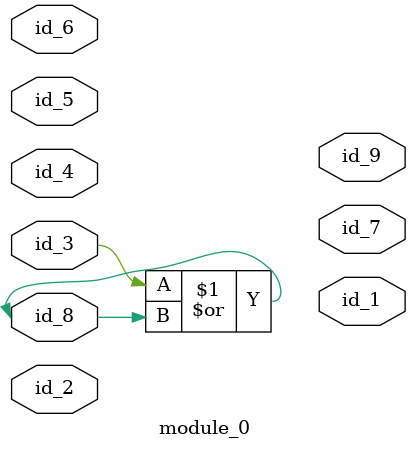
<source format=v>
module module_0 (
    id_1,
    id_2,
    id_3,
    id_4,
    id_5,
    id_6,
    id_7,
    id_8,
    id_9
);
  output id_9;
  inout id_8;
  output id_7;
  inout id_6;
  input id_5;
  input id_4;
  inout id_3;
  inout id_2;
  output id_1;
  assign id_8 = id_3 | id_8;
endmodule
`default_nettype wire

</source>
